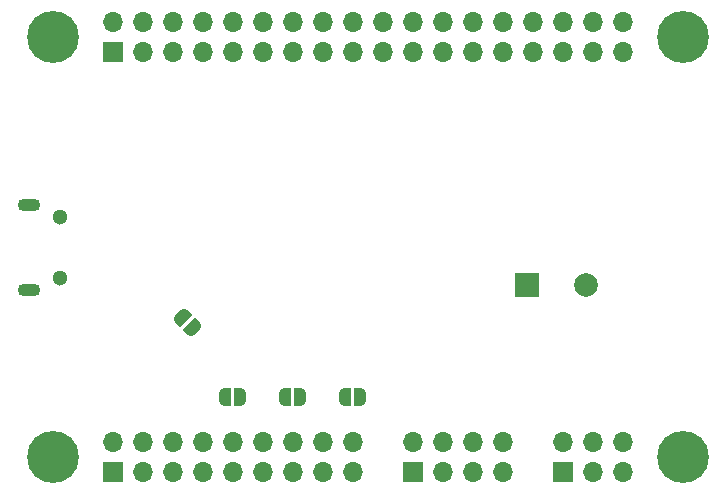
<source format=gbr>
%TF.GenerationSoftware,KiCad,Pcbnew,(7.0.0-rc1-156-g4c5a344629-dirty)*%
%TF.CreationDate,2023-03-04T11:45:47-08:00*%
%TF.ProjectId,powerpic-devboard,706f7765-7270-4696-932d-646576626f61,2.0*%
%TF.SameCoordinates,Original*%
%TF.FileFunction,Soldermask,Bot*%
%TF.FilePolarity,Negative*%
%FSLAX46Y46*%
G04 Gerber Fmt 4.6, Leading zero omitted, Abs format (unit mm)*
G04 Created by KiCad (PCBNEW (7.0.0-rc1-156-g4c5a344629-dirty)) date 2023-03-04 11:45:47*
%MOMM*%
%LPD*%
G01*
G04 APERTURE LIST*
G04 Aperture macros list*
%AMFreePoly0*
4,1,19,0.500000,-0.750000,0.000000,-0.750000,0.000000,-0.744911,-0.071157,-0.744911,-0.207708,-0.704816,-0.327430,-0.627875,-0.420627,-0.520320,-0.479746,-0.390866,-0.500000,-0.250000,-0.500000,0.250000,-0.479746,0.390866,-0.420627,0.520320,-0.327430,0.627875,-0.207708,0.704816,-0.071157,0.744911,0.000000,0.744911,0.000000,0.750000,0.500000,0.750000,0.500000,-0.750000,0.500000,-0.750000,
$1*%
%AMFreePoly1*
4,1,19,0.000000,0.744911,0.071157,0.744911,0.207708,0.704816,0.327430,0.627875,0.420627,0.520320,0.479746,0.390866,0.500000,0.250000,0.500000,-0.250000,0.479746,-0.390866,0.420627,-0.520320,0.327430,-0.627875,0.207708,-0.704816,0.071157,-0.744911,0.000000,-0.744911,0.000000,-0.750000,-0.500000,-0.750000,-0.500000,0.750000,0.000000,0.750000,0.000000,0.744911,0.000000,0.744911,
$1*%
G04 Aperture macros list end*
%ADD10R,1.700000X1.700000*%
%ADD11O,1.700000X1.700000*%
%ADD12C,0.700000*%
%ADD13C,4.400000*%
%ADD14FreePoly0,0.000000*%
%ADD15FreePoly1,0.000000*%
%ADD16FreePoly0,315.000000*%
%ADD17FreePoly1,315.000000*%
%ADD18C,1.300000*%
%ADD19O,1.900000X1.100000*%
%ADD20C,2.000000*%
%ADD21R,2.000000X2.000000*%
G04 APERTURE END LIST*
D10*
%TO.C,J4*%
X104884999Y-117874999D03*
D11*
X104884999Y-115334999D03*
X107424999Y-117874999D03*
X107424999Y-115334999D03*
X109964999Y-117874999D03*
X109964999Y-115334999D03*
%TD*%
D10*
%TO.C,J2*%
X66779999Y-117874999D03*
D11*
X66779999Y-115334999D03*
X69319999Y-117874999D03*
X69319999Y-115334999D03*
X71859999Y-117874999D03*
X71859999Y-115334999D03*
X74399999Y-117874999D03*
X74399999Y-115334999D03*
X76939999Y-117874999D03*
X76939999Y-115334999D03*
X79479999Y-117874999D03*
X79479999Y-115334999D03*
X82019999Y-117874999D03*
X82019999Y-115334999D03*
X84559999Y-117874999D03*
X84559999Y-115334999D03*
X87099999Y-117874999D03*
X87099999Y-115334999D03*
%TD*%
D10*
%TO.C,J1*%
X66784999Y-82314999D03*
D11*
X66784999Y-79774999D03*
X69324999Y-82314999D03*
X69324999Y-79774999D03*
X71864999Y-82314999D03*
X71864999Y-79774999D03*
X74404999Y-82314999D03*
X74404999Y-79774999D03*
X76944999Y-82314999D03*
X76944999Y-79774999D03*
X79484999Y-82314999D03*
X79484999Y-79774999D03*
X82024999Y-82314999D03*
X82024999Y-79774999D03*
X84564999Y-82314999D03*
X84564999Y-79774999D03*
X87104999Y-82314999D03*
X87104999Y-79774999D03*
X89644999Y-82314999D03*
X89644999Y-79774999D03*
X92184999Y-82314999D03*
X92184999Y-79774999D03*
X94724999Y-82314999D03*
X94724999Y-79774999D03*
X97264999Y-82314999D03*
X97264999Y-79774999D03*
X99804999Y-82314999D03*
X99804999Y-79774999D03*
X102344999Y-82314999D03*
X102344999Y-79774999D03*
X104884999Y-82314999D03*
X104884999Y-79774999D03*
X107424999Y-82314999D03*
X107424999Y-79774999D03*
X109964999Y-82314999D03*
X109964999Y-79774999D03*
%TD*%
D12*
%TO.C,H4*%
X116196726Y-117766726D03*
X115030000Y-114950000D03*
X113863274Y-115433274D03*
X113380000Y-116600000D03*
X116196726Y-115433274D03*
X113863274Y-117766726D03*
X115030000Y-118250000D03*
D13*
X115030000Y-116600000D03*
D12*
X116680000Y-116600000D03*
%TD*%
%TO.C,H3*%
X62856726Y-117766726D03*
X61690000Y-114950000D03*
X60523274Y-115433274D03*
X60040000Y-116600000D03*
X62856726Y-115433274D03*
X60523274Y-117766726D03*
X61690000Y-118250000D03*
D13*
X61690000Y-116600000D03*
D12*
X63340000Y-116600000D03*
%TD*%
%TO.C,H2*%
X116196726Y-82206726D03*
X115030000Y-79390000D03*
X113863274Y-79873274D03*
X113380000Y-81040000D03*
X116196726Y-79873274D03*
X113863274Y-82206726D03*
X115030000Y-82690000D03*
D13*
X115030000Y-81040000D03*
D12*
X116680000Y-81040000D03*
%TD*%
%TO.C,H1*%
X62856726Y-82206726D03*
X61690000Y-79390000D03*
X60523274Y-79873274D03*
X60040000Y-81040000D03*
X62856726Y-79873274D03*
X60523274Y-82206726D03*
X61690000Y-82690000D03*
D13*
X61690000Y-81040000D03*
D12*
X63340000Y-81040000D03*
%TD*%
D14*
%TO.C,JP3*%
X81360000Y-111520000D03*
D15*
X82660000Y-111520000D03*
%TD*%
%TO.C,JP4*%
X87740000Y-111520000D03*
D14*
X86440000Y-111520000D03*
%TD*%
D16*
%TO.C,JP1*%
X72660381Y-104710381D03*
D17*
X73579619Y-105629619D03*
%TD*%
D14*
%TO.C,JP2*%
X76280000Y-111520000D03*
D15*
X77580000Y-111520000D03*
%TD*%
D18*
%TO.C,J5*%
X62308000Y-101420000D03*
X62308000Y-96220000D03*
D19*
X59657999Y-102419999D03*
X59657999Y-95219999D03*
%TD*%
D20*
%TO.C,BZ1*%
X106862000Y-101995000D03*
D21*
X101861999Y-101994999D03*
%TD*%
D11*
%TO.C,J3*%
X99799999Y-115334999D03*
X99799999Y-117874999D03*
X97259999Y-115334999D03*
X97259999Y-117874999D03*
X94719999Y-115334999D03*
X94719999Y-117874999D03*
X92179999Y-115334999D03*
D10*
X92179999Y-117874999D03*
%TD*%
M02*

</source>
